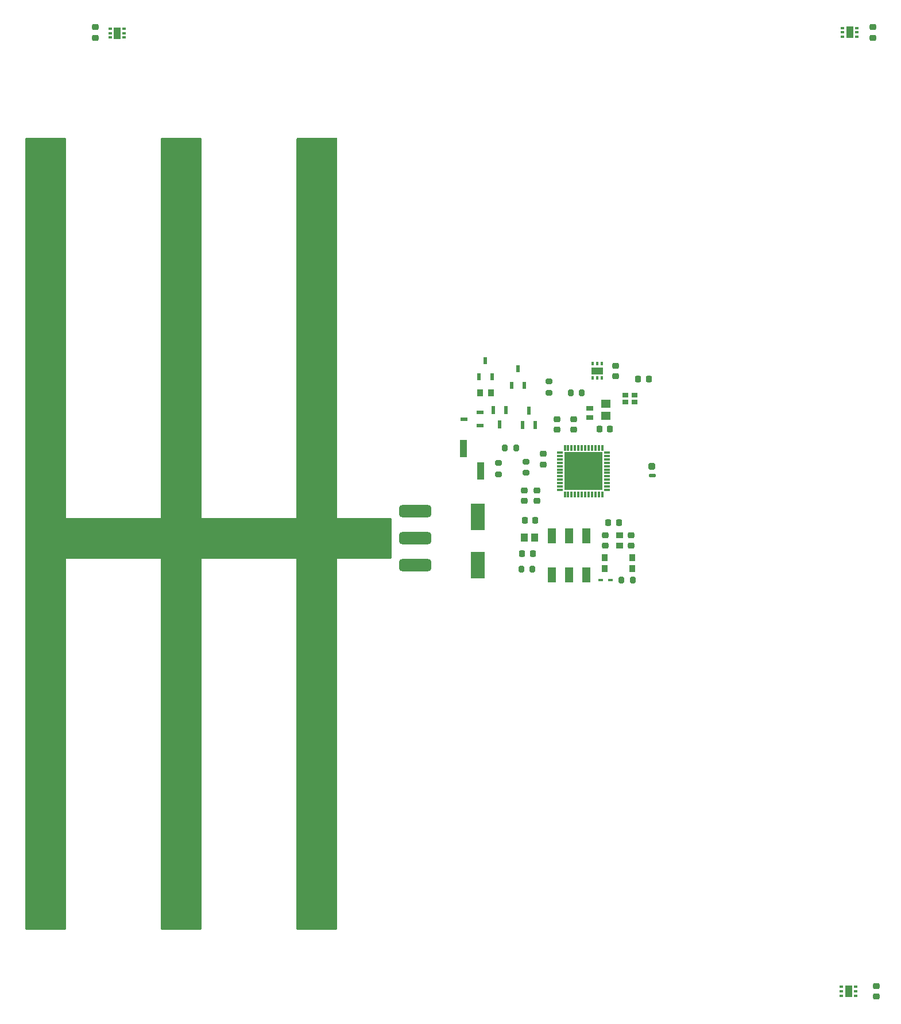
<source format=gts>
G04 #@! TF.GenerationSoftware,KiCad,Pcbnew,7.0.6*
G04 #@! TF.CreationDate,2023-08-25T14:35:58+01:00*
G04 #@! TF.ProjectId,gdp_flexible,6764705f-666c-4657-9869-626c652e6b69,1.0*
G04 #@! TF.SameCoordinates,Original*
G04 #@! TF.FileFunction,Soldermask,Top*
G04 #@! TF.FilePolarity,Negative*
%FSLAX46Y46*%
G04 Gerber Fmt 4.6, Leading zero omitted, Abs format (unit mm)*
G04 Created by KiCad (PCBNEW 7.0.6) date 2023-08-25 14:35:58*
%MOMM*%
%LPD*%
G01*
G04 APERTURE LIST*
G04 Aperture macros list*
%AMRoundRect*
0 Rectangle with rounded corners*
0 $1 Rounding radius*
0 $2 $3 $4 $5 $6 $7 $8 $9 X,Y pos of 4 corners*
0 Add a 4 corners polygon primitive as box body*
4,1,4,$2,$3,$4,$5,$6,$7,$8,$9,$2,$3,0*
0 Add four circle primitives for the rounded corners*
1,1,$1+$1,$2,$3*
1,1,$1+$1,$4,$5*
1,1,$1+$1,$6,$7*
1,1,$1+$1,$8,$9*
0 Add four rect primitives between the rounded corners*
20,1,$1+$1,$2,$3,$4,$5,0*
20,1,$1+$1,$4,$5,$6,$7,0*
20,1,$1+$1,$6,$7,$8,$9,0*
20,1,$1+$1,$8,$9,$2,$3,0*%
G04 Aperture macros list end*
%ADD10R,1.000000X0.675000*%
%ADD11RoundRect,0.225000X0.225000X0.250000X-0.225000X0.250000X-0.225000X-0.250000X0.225000X-0.250000X0*%
%ADD12R,0.900000X1.000000*%
%ADD13RoundRect,0.200000X-0.200000X-0.275000X0.200000X-0.275000X0.200000X0.275000X-0.200000X0.275000X0*%
%ADD14RoundRect,0.225000X-0.250000X0.225000X-0.250000X-0.225000X0.250000X-0.225000X0.250000X0.225000X0*%
%ADD15R,1.000000X0.950000*%
%ADD16R,0.600000X1.300000*%
%ADD17RoundRect,0.101600X0.460450X0.485100X-0.460450X0.485100X-0.460450X-0.485100X0.460450X-0.485100X0*%
%ADD18RoundRect,0.101600X-0.460450X-0.485100X0.460450X-0.485100X0.460450X0.485100X-0.460450X0.485100X0*%
%ADD19RoundRect,0.225000X0.250000X-0.225000X0.250000X0.225000X-0.250000X0.225000X-0.250000X-0.225000X0*%
%ADD20R,0.350000X0.600000*%
%ADD21R,1.700000X1.100000*%
%ADD22R,1.450000X1.200000*%
%ADD23RoundRect,0.101600X-0.485100X0.460450X-0.485100X-0.460450X0.485100X-0.460450X0.485100X0.460450X0*%
%ADD24RoundRect,0.450000X-1.926875X0.450000X-1.926875X-0.450000X1.926875X-0.450000X1.926875X0.450000X0*%
%ADD25R,0.700000X0.420000*%
%ADD26R,1.100000X1.700000*%
%ADD27R,0.600000X0.350000*%
%ADD28RoundRect,0.200000X0.275000X-0.200000X0.275000X0.200000X-0.275000X0.200000X-0.275000X-0.200000X0*%
%ADD29R,1.000000X2.510000*%
%ADD30R,2.000000X4.000000*%
%ADD31R,1.000000X1.250000*%
%ADD32RoundRect,0.101600X0.450000X0.485100X-0.450000X0.485100X-0.450000X-0.485100X0.450000X-0.485100X0*%
%ADD33RoundRect,0.101600X0.466300X0.485100X-0.466300X0.485100X-0.466300X-0.485100X0.466300X-0.485100X0*%
%ADD34RoundRect,0.125000X-0.375000X-0.125000X0.375000X-0.125000X0.375000X0.125000X-0.375000X0.125000X0*%
%ADD35RoundRect,0.101600X0.485100X-0.460450X0.485100X0.460450X-0.485100X0.460450X-0.485100X-0.460450X0*%
%ADD36R,0.482600X1.117600*%
%ADD37RoundRect,0.225000X-0.225000X-0.250000X0.225000X-0.250000X0.225000X0.250000X-0.225000X0.250000X0*%
%ADD38RoundRect,0.200000X-0.275000X0.200000X-0.275000X-0.200000X0.275000X-0.200000X0.275000X0.200000X0*%
%ADD39R,1.270000X2.200000*%
%ADD40R,0.850000X0.750000*%
%ADD41RoundRect,0.200000X0.200000X0.275000X-0.200000X0.275000X-0.200000X-0.275000X0.200000X-0.275000X0*%
%ADD42R,0.300000X0.850000*%
%ADD43R,0.850000X0.300000*%
%ADD44R,5.700000X5.700000*%
%ADD45RoundRect,0.250000X-0.250000X-0.250000X0.250000X-0.250000X0.250000X0.250000X-0.250000X0.250000X0*%
%ADD46R,0.600000X1.000000*%
%ADD47R,1.117600X0.482600*%
G04 APERTURE END LIST*
D10*
X124242220Y-90203218D03*
X124242220Y-88879218D03*
D11*
X132917220Y-84541218D03*
X131367220Y-84541218D03*
D12*
X130492220Y-110841218D03*
X126392220Y-110841218D03*
X126392220Y-112441218D03*
X130492220Y-112441218D03*
D13*
X128917220Y-114141218D03*
X130567220Y-114141218D03*
D14*
X51342220Y-34216218D03*
X51342220Y-32666218D03*
D15*
X128608841Y-109104160D03*
X128608841Y-107604160D03*
D14*
X128042220Y-82566218D03*
X128042220Y-84116218D03*
D16*
X111892220Y-89091218D03*
X109992220Y-89091218D03*
X110942220Y-91191218D03*
D17*
X70132050Y-106520000D03*
X68582850Y-106520000D03*
D18*
X65555400Y-106520000D03*
X67104600Y-106520000D03*
D19*
X114542220Y-102516218D03*
X114542220Y-100966218D03*
D20*
X124692220Y-84391218D03*
X125342220Y-84391218D03*
X125992220Y-84391218D03*
X125992220Y-82291218D03*
X125342220Y-82291218D03*
X124692220Y-82291218D03*
D21*
X125342220Y-83341218D03*
D19*
X166500000Y-175575000D03*
X166500000Y-174025000D03*
D22*
X126584672Y-88141218D03*
X126584672Y-89941218D03*
D23*
X51365100Y-106545400D03*
X51365100Y-108094600D03*
D24*
X98500000Y-111995921D03*
D25*
X127267220Y-114141218D03*
X125817220Y-114141218D03*
D26*
X54542220Y-33541218D03*
D27*
X53492220Y-34191218D03*
X53492220Y-33541218D03*
X53492220Y-32891218D03*
X55592220Y-32891218D03*
X55592220Y-33541218D03*
X55592220Y-34191218D03*
D19*
X165942220Y-34216218D03*
X165942220Y-32666218D03*
D28*
X118242220Y-86566218D03*
X118242220Y-84916218D03*
D29*
X105572220Y-94801218D03*
X108112220Y-98081218D03*
D19*
X126542220Y-109116218D03*
X126542220Y-107566218D03*
D23*
X71365100Y-106545400D03*
X71365100Y-108094600D03*
D30*
X107742220Y-104841218D03*
X107742220Y-111941218D03*
D31*
X114592220Y-107941218D03*
X116092220Y-107941218D03*
D32*
X54135100Y-108100000D03*
D33*
X52581200Y-108100000D03*
D18*
X45555400Y-106520000D03*
X47104600Y-106520000D03*
D34*
X133417155Y-98738000D03*
D17*
X50132050Y-106520000D03*
X48582850Y-106520000D03*
D13*
X121417220Y-86541218D03*
X123067220Y-86541218D03*
D35*
X68130000Y-108094600D03*
X68130000Y-106545400D03*
D36*
X112692219Y-85435018D03*
X114592221Y-85435018D03*
X113642220Y-83047418D03*
D14*
X117342220Y-95566218D03*
X117342220Y-97116218D03*
D37*
X125667220Y-91941218D03*
X127217220Y-91941218D03*
D38*
X114842220Y-96716218D03*
X114842220Y-98366218D03*
D39*
X118602220Y-113441218D03*
X118602220Y-107641218D03*
X121142220Y-113441218D03*
X121142220Y-107641218D03*
X123682220Y-113441218D03*
X123682220Y-107641218D03*
D24*
X98500000Y-104000000D03*
D16*
X114292220Y-91291218D03*
X116192220Y-91291218D03*
X115242220Y-89191218D03*
D17*
X90132050Y-106520000D03*
X88582850Y-106520000D03*
D40*
X129467220Y-87966218D03*
X130817220Y-87966218D03*
X130817220Y-86916218D03*
X129467220Y-86916218D03*
D14*
X130342220Y-107566218D03*
X130342220Y-109116218D03*
D35*
X88130000Y-108094600D03*
X88130000Y-106545400D03*
D19*
X121842220Y-92016218D03*
X121842220Y-90466218D03*
X119442220Y-92016218D03*
X119442220Y-90466218D03*
D11*
X116217220Y-105341218D03*
X114667220Y-105341218D03*
D12*
X108042220Y-86541218D03*
X109642220Y-86541218D03*
D24*
X98500000Y-107995921D03*
D19*
X116442220Y-102516218D03*
X116442220Y-100966218D03*
D41*
X113367220Y-94741218D03*
X111717220Y-94741218D03*
D42*
X120554580Y-101576050D03*
X121054580Y-101576050D03*
X121554580Y-101576050D03*
X122054580Y-101576050D03*
X122554580Y-101576050D03*
X123054580Y-101576050D03*
X123554580Y-101576050D03*
X124054580Y-101576050D03*
X124554580Y-101576050D03*
X125054580Y-101576050D03*
X125554580Y-101576050D03*
X126054580Y-101576050D03*
D43*
X126754580Y-100876050D03*
X126754580Y-100376050D03*
X126754580Y-99876050D03*
X126754580Y-99376050D03*
X126754580Y-98876050D03*
X126754580Y-98376050D03*
X126754580Y-97876050D03*
X126754580Y-97376050D03*
X126754580Y-96876050D03*
X126754580Y-96376050D03*
X126754580Y-95876050D03*
X126754580Y-95376050D03*
D42*
X126054580Y-94676050D03*
X125554580Y-94676050D03*
X125054580Y-94676050D03*
X124554580Y-94676050D03*
X124054580Y-94676050D03*
X123554580Y-94676050D03*
X123054580Y-94676050D03*
X122554580Y-94676050D03*
X122054580Y-94676050D03*
X121554580Y-94676050D03*
X121054580Y-94676050D03*
X120554580Y-94676050D03*
D43*
X119854580Y-95376050D03*
X119854580Y-95876050D03*
X119854580Y-96376050D03*
X119854580Y-96876050D03*
X119854580Y-97376050D03*
X119854580Y-97876050D03*
X119854580Y-98376050D03*
X119854580Y-98876050D03*
X119854580Y-99376050D03*
X119854580Y-99876050D03*
X119854580Y-100376050D03*
X119854580Y-100876050D03*
D44*
X123304580Y-98126050D03*
D28*
X110742220Y-98566218D03*
X110742220Y-96916218D03*
D45*
X133384555Y-97436700D03*
D18*
X85555400Y-106520000D03*
X87104600Y-106520000D03*
D27*
X161350000Y-174150000D03*
X161350000Y-174800000D03*
X161350000Y-175450000D03*
X163450000Y-175450000D03*
X163450000Y-174800000D03*
X163450000Y-174150000D03*
D26*
X162400000Y-174800000D03*
D46*
X107887220Y-84241218D03*
X109797220Y-84241218D03*
X108842220Y-81841218D03*
D13*
X114117220Y-112541218D03*
X115767220Y-112541218D03*
D11*
X115817220Y-110241218D03*
X114267220Y-110241218D03*
D32*
X94035100Y-108100000D03*
D33*
X92481200Y-108100000D03*
D35*
X48130000Y-108094600D03*
X48130000Y-106545400D03*
D23*
X91365100Y-106545400D03*
X91365100Y-108094600D03*
D37*
X126967220Y-105741218D03*
X128517220Y-105741218D03*
D27*
X161492220Y-32791218D03*
X161492220Y-33441218D03*
X161492220Y-34091218D03*
X163592220Y-34091218D03*
X163592220Y-33441218D03*
X163592220Y-32791218D03*
D26*
X162542220Y-33441218D03*
D32*
X74135100Y-108100000D03*
D33*
X72581200Y-108100000D03*
D47*
X108036020Y-91391219D03*
X108036020Y-89491217D03*
X105648420Y-90441218D03*
G36*
X46943039Y-49019685D02*
G01*
X46988794Y-49072489D01*
X47000000Y-49124000D01*
X47000000Y-105000000D01*
X61000000Y-105000000D01*
X61000000Y-49124000D01*
X61019685Y-49056961D01*
X61072489Y-49011206D01*
X61124000Y-49000000D01*
X66876000Y-49000000D01*
X66943039Y-49019685D01*
X66988794Y-49072489D01*
X67000000Y-49124000D01*
X67000000Y-105000000D01*
X81000000Y-105000000D01*
X81000000Y-49124000D01*
X81019685Y-49056961D01*
X81072489Y-49011206D01*
X81124000Y-49000000D01*
X86876000Y-49000000D01*
X86943039Y-49019685D01*
X86988794Y-49072489D01*
X87000000Y-49124000D01*
X87000000Y-105000000D01*
X94876000Y-105000000D01*
X94943039Y-105019685D01*
X94988794Y-105072489D01*
X95000000Y-105124000D01*
X95000000Y-110876000D01*
X94980315Y-110943039D01*
X94927511Y-110988794D01*
X94876000Y-111000000D01*
X87000000Y-111000000D01*
X87000000Y-165576000D01*
X86980315Y-165643039D01*
X86927511Y-165688794D01*
X86876000Y-165700000D01*
X81124000Y-165700000D01*
X81056961Y-165680315D01*
X81011206Y-165627511D01*
X81000000Y-165576000D01*
X81000000Y-111000000D01*
X67000000Y-111000000D01*
X67000000Y-165576000D01*
X66980315Y-165643039D01*
X66927511Y-165688794D01*
X66876000Y-165700000D01*
X61124000Y-165700000D01*
X61056961Y-165680315D01*
X61011206Y-165627511D01*
X61000000Y-165576000D01*
X61000000Y-111000000D01*
X47000000Y-111000000D01*
X47000000Y-165576000D01*
X46980315Y-165643039D01*
X46927511Y-165688794D01*
X46876000Y-165700000D01*
X41124000Y-165700000D01*
X41056961Y-165680315D01*
X41011206Y-165627511D01*
X41000000Y-165576000D01*
X41000000Y-49124000D01*
X41019685Y-49056961D01*
X41072489Y-49011206D01*
X41124000Y-49000000D01*
X46876000Y-49000000D01*
X46943039Y-49019685D01*
G37*
M02*

</source>
